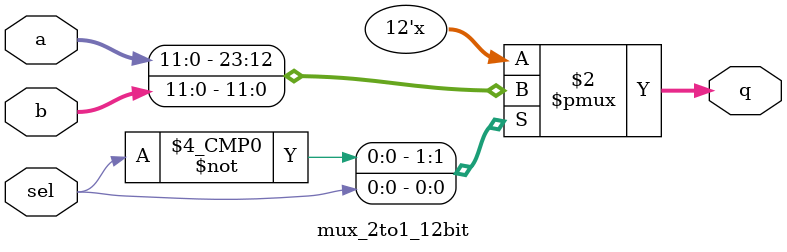
<source format=v>


module mux_2to1_12bit ( output reg [11:0] q,
			input [11:0] a,
			input [11:0] b,
			input sel );
always @ (*)
begin
    case(sel)
        1'b0:    q = a;
	1'b1:    q = b;
        default: q = 12'bX;
    endcase
end

endmodule

</source>
